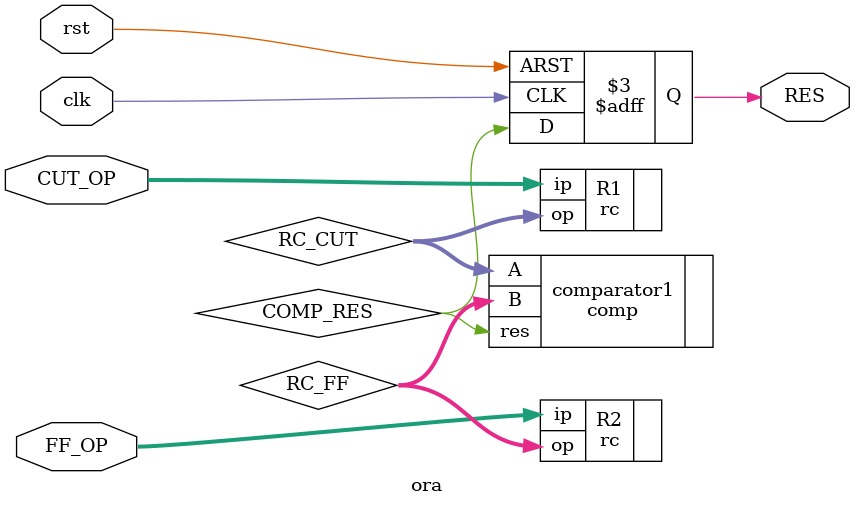
<source format=v>
/* 
    Output Result Analyzer (ORA) Block
        (Testbench - OK)

    Consists of 
        1. Result Compressor (rc.v)
        2. Comparator (comp.v)
            (Testbench - OK)

    Parameters:
        1. BITWIDTH : Bit Width of the Circuit Output
                        (Default, 4)

    Inputs:
        1. clk      : Clock Signal
        2. CUT_OP   : Faulty Circuit Output
        3. FF_OP    : Fault Free Output
        4. rst      : Asynch Output Reset
                        (Active HIGH)

    Outputs:
        1. RES      : Result of the Comparison
                        ( 1 - Different, 0 - Equal Inputs )

    Architecture:
        The Faulty Circuit Output and the Fault Free Output both go into a Response Compactor
        Then the Outputs of both the RCs go to the comparator and on the Rising Edge of the Clock
        the result of the comparison is stored into the output RES register.

                         ----               ---------------
        FaultyOP--------| R1 |--RC_CUT-----|               |
                         ----              |  comparator1  |----- RES
        F.FreeOP--------| R2 |--RC_FF------|               |
                         ----               ---------------
*/

module ora
#(parameter OUT_BITS = 4)
(
    input clk,
    input rst,
    input [OUT_BITS - 1 : 0] CUT_OP,
    input [OUT_BITS - 1 : 0] FF_OP,
    output reg RES
);
  
    wire [OUT_BITS - 1:0] RC_CUT, RC_FF;
    wire COMP_RES;

    rc #(.OUTPUT_BITS(OUT_BITS), .INPUT_BITS(OUT_BITS)) R1(.ip(CUT_OP), .op(RC_CUT));
    rc #(.OUTPUT_BITS(OUT_BITS), .INPUT_BITS(OUT_BITS)) R2(.ip(FF_OP), .op(RC_FF));

    comp #(.BITS(OUT_BITS)) comparator1(.A(RC_CUT), .B(RC_FF), . res(COMP_RES));

    always @(posedge(clk) or posedge(rst)) begin
        if(rst != 1) RES <= COMP_RES;
        else RES <= 0;
    end

endmodule
</source>
